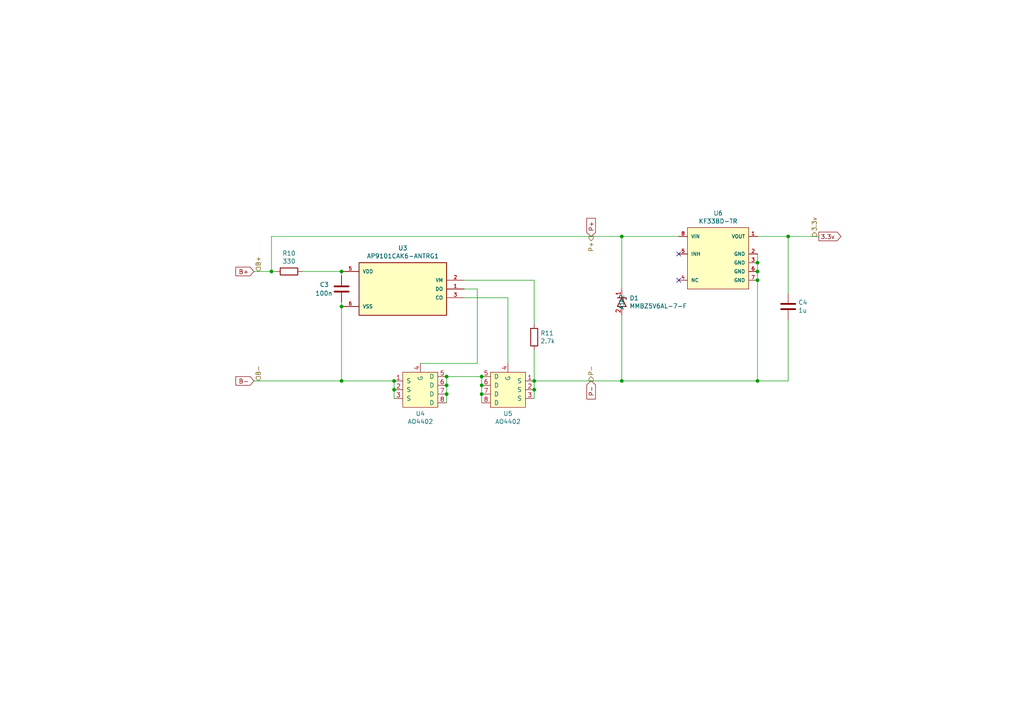
<source format=kicad_sch>
(kicad_sch (version 20211123) (generator eeschema)
  (paper "A4")
  (lib_symbols
    (symbol "Device:C" (pin_numbers hide) (pin_names (offset 0.254))
      (property "Reference" "C" (at 0.635 2.54 0))
      (property "Value" "C" (at 0.635 -2.54 0))
      (symbol "C_0_1"
        (polyline (pts (xy -2.032 -0.762) (xy 2.032 -0.762)) (stroke (width 0.508)))
        (polyline (pts (xy -2.032 0.762) (xy 2.032 0.762)) (stroke (width 0.508)))
      )
      (symbol "C_1_1"
        (pin passive line (at 0 3.81 270) (length 2.794) (name "~") (number "1"))
        (pin passive line (at 0 -3.81 90) (length 2.794) (name "~") (number "2"))
      )
    )
    (symbol "Device:R" (pin_numbers hide) (pin_names (offset 0))
      (property "Reference" "R" (at 2.032 0 90))
      (property "Value" "R" (at 0 0 90))
      (symbol "R_0_1"
        (rectangle (start -1.016 -2.54) (end 1.016 2.54) (stroke (width 0.254)))
      )
      (symbol "R_1_1"
        (pin passive line (at 0 3.81 270) (length 1.27) (name "~") (number "1"))
        (pin passive line (at 0 -3.81 90) (length 1.27) (name "~") (number "2"))
      )
    )
    (symbol "colibri_01-rescue:AO4402-Transistor_FET" (pin_names (offset 1.016))
      (property "Reference" "U" (at 8.89 2.54 0))
      (property "Value" "AO4402-Transistor_FET" (at 8.89 0 0))
      (symbol "AO4402-Transistor_FET_0_1"
        (rectangle (start -5.08 3.81) (end 5.08 -6.35) (fill (type background)))
      )
      (symbol "AO4402-Transistor_FET_1_1"
        (pin bidirectional line (at -2.54 -8.89 90) (length 2.54) (name "S") (number "1"))
        (pin bidirectional line (at 0 -8.89 90) (length 2.54) (name "S") (number "2"))
        (pin bidirectional line (at 2.54 -8.89 90) (length 2.54) (name "S") (number "3"))
        (pin input line (at -7.62 -1.27 0) (length 2.54) (name "G") (number "4"))
        (pin bidirectional line (at -3.81 6.35 270) (length 2.54) (name "D") (number "5"))
        (pin bidirectional line (at -1.27 6.35 270) (length 2.54) (name "D") (number "6"))
        (pin bidirectional line (at 1.27 6.35 270) (length 2.54) (name "D") (number "7"))
        (pin bidirectional line (at 3.81 6.35 270) (length 2.54) (name "D") (number "8"))
      )
    )
    (symbol "colibri_01-rescue:AP9101CAK6-ANTRG1-AP9101CAK6-ANTRG1" (pin_names (offset 1.016))
      (property "Reference" "U" (at -12.7254 8.1534 0))
      (property "Value" "AP9101CAK6-ANTRG1-AP9101CAK6-ANTRG1" (at -12.7254 -10.6934 0))
      (symbol "AP9101CAK6-ANTRG1-AP9101CAK6-ANTRG1_0_0"
        (rectangle (start -12.7 -7.62) (end 12.7 7.62) (stroke (width 0.254)) (fill (type background)))
        (pin bidirectional line (at -17.78 0 0) (length 5.08) (name "DO") (number "1"))
        (pin input line (at -17.78 2.54 0) (length 5.08) (name "VM") (number "2"))
        (pin bidirectional line (at -17.78 -2.54 0) (length 5.08) (name "CO") (number "3"))
        (pin power_in line (at 17.78 5.08 180) (length 5.08) (name "VDD") (number "5"))
        (pin power_in line (at 17.78 -5.08 180) (length 5.08) (name "VSS") (number "6"))
      )
    )
    (symbol "colibri_01-rescue:KF33BD-TR-eec" (pin_names (offset 1.016))
      (property "Reference" "U" (at 0 5.08 0))
      (property "Value" "KF33BD-TR-eec" (at 0 7.62 0))
      (symbol "KF33BD-TR-eec_1_1"
        (rectangle (start 5.08 2.54) (end 22.86 -15.24) (fill (type background)))
        (pin unspecified line (at 25.4 0 180) (length 2.54) (name "VOUT") (number "1"))
        (pin unspecified line (at 25.4 -5.08 180) (length 2.54) (name "GND") (number "2"))
        (pin unspecified line (at 25.4 -7.62 180) (length 2.54) (name "GND") (number "3"))
        (pin unspecified line (at 2.54 -12.7 0) (length 2.54) (name "NC") (number "4"))
        (pin unspecified line (at 2.54 -5.08 0) (length 2.54) (name "INH") (number "5"))
        (pin unspecified line (at 25.4 -10.16 180) (length 2.54) (name "GND") (number "6"))
        (pin unspecified line (at 25.4 -12.7 180) (length 2.54) (name "GND") (number "7"))
        (pin unspecified line (at 2.54 0 0) (length 2.54) (name "VIN") (number "8"))
      )
    )
    (symbol "colibri_01-rescue:MMBZ5V6AL-7-F-Diode" (pin_names (offset 1.016))
      (property "Reference" "D" (at 0 1.27 0))
      (property "Value" "MMBZ5V6AL-7-F-Diode" (at 0 1.27 0))
      (symbol "MMBZ5V6AL-7-F-Diode_1_1"
        (polyline (pts (xy -0.762 0) (xy -1.27 0) (xy -1.27 -2.54)) (stroke (width 0.254)))
        (polyline (pts (xy 1.27 0) (xy 1.27 -2.54) (xy -1.27 -1.27) (xy 1.27 0)) (stroke (width 0.254)))
        (pin passive line (at -3.81 -1.27 0) (length 2.54) (name "A1") (number "1"))
        (pin passive line (at 3.81 -1.27 180) (length 2.54) (name "A2") (number "2"))
      )
    )
  )
  (junction (at 114.3 113.03))
  (junction (at 154.94 110.49))
  (junction (at 139.7 109.22))
  (junction (at 114.3 110.49))
  (junction (at 129.54 109.22))
  (junction (at 78.74 78.74))
  (junction (at 99.06 78.74))
  (junction (at 219.71 110.49))
  (junction (at 219.71 78.74))
  (junction (at 219.71 76.2))
  (junction (at 139.7 114.3))
  (junction (at 99.06 88.9))
  (junction (at 129.54 114.3))
  (junction (at 139.7 111.76))
  (junction (at 228.6 68.58))
  (junction (at 129.54 111.76))
  (junction (at 154.94 113.03))
  (junction (at 180.34 68.58))
  (junction (at 99.06 110.49))
  (junction (at 180.34 110.49))
  (junction (at 219.71 81.28))
  (no_connect (at 196.85 73.66))
  (no_connect (at 196.85 81.28))
  (wire (pts (xy 154.94 110.49) (xy 180.34 110.49)))
  (wire (pts (xy 134.62 81.28) (xy 154.94 81.28)))
  (wire (pts (xy 154.94 110.49) (xy 154.94 113.03)))
  (wire (pts (xy 73.66 110.49) (xy 99.06 110.49)))
  (wire (pts (xy 154.94 101.6) (xy 154.94 110.49)))
  (wire (pts (xy 99.06 87.63) (xy 99.06 88.9)))
  (wire (pts (xy 154.94 115.57) (xy 154.94 113.03)))
  (wire (pts (xy 228.6 68.58) (xy 237.49 68.58)))
  (wire (pts (xy 139.7 114.3) (xy 139.7 116.84)))
  (wire (pts (xy 138.43 105.41) (xy 121.92 105.41)))
  (wire (pts (xy 134.62 86.36) (xy 147.32 86.36)))
  (wire (pts (xy 99.06 110.49) (xy 114.3 110.49)))
  (wire (pts (xy 87.63 78.74) (xy 99.06 78.74)))
  (wire (pts (xy 219.71 78.74) (xy 219.71 81.28)))
  (wire (pts (xy 99.06 78.74) (xy 99.06 80.01)))
  (wire (pts (xy 139.7 111.76) (xy 139.7 114.3)))
  (wire (pts (xy 228.6 85.09) (xy 228.6 68.58)))
  (wire (pts (xy 180.34 83.82) (xy 180.34 68.58)))
  (wire (pts (xy 129.54 111.76) (xy 129.54 114.3)))
  (wire (pts (xy 219.71 76.2) (xy 219.71 78.74)))
  (wire (pts (xy 228.6 92.71) (xy 228.6 110.49)))
  (wire (pts (xy 114.3 110.49) (xy 114.3 113.03)))
  (wire (pts (xy 73.66 78.74) (xy 78.74 78.74)))
  (wire (pts (xy 138.43 83.82) (xy 138.43 105.41)))
  (wire (pts (xy 139.7 109.22) (xy 139.7 111.76)))
  (wire (pts (xy 180.34 91.44) (xy 180.34 110.49)))
  (wire (pts (xy 180.34 110.49) (xy 219.71 110.49)))
  (wire (pts (xy 219.71 68.58) (xy 228.6 68.58)))
  (wire (pts (xy 180.34 68.58) (xy 196.85 68.58)))
  (wire (pts (xy 147.32 86.36) (xy 147.32 105.41)))
  (wire (pts (xy 129.54 109.22) (xy 139.7 109.22)))
  (wire (pts (xy 134.62 83.82) (xy 138.43 83.82)))
  (wire (pts (xy 219.71 73.66) (xy 219.71 76.2)))
  (wire (pts (xy 129.54 109.22) (xy 129.54 111.76)))
  (wire (pts (xy 154.94 81.28) (xy 154.94 93.98)))
  (wire (pts (xy 78.74 68.58) (xy 180.34 68.58)))
  (wire (pts (xy 114.3 113.03) (xy 114.3 115.57)))
  (wire (pts (xy 219.71 81.28) (xy 219.71 110.49)))
  (wire (pts (xy 78.74 78.74) (xy 80.01 78.74)))
  (wire (pts (xy 78.74 78.74) (xy 78.74 68.58)))
  (wire (pts (xy 99.06 88.9) (xy 99.06 110.49)))
  (wire (pts (xy 219.71 110.49) (xy 228.6 110.49)))
  (wire (pts (xy 129.54 116.84) (xy 129.54 114.3)))
  (global_label "P-" (shape input) (at 171.45 110.49 270) (property "Intersheet References" "${INTERSHEET_REFS}" (effects hide)))
  (global_label "P+" (shape input) (at 171.45 68.58 90) (property "Intersheet References" "${INTERSHEET_REFS}" (effects hide)))
  (global_label "B+" (shape input) (at 73.66 78.74 180) (property "Intersheet References" "${INTERSHEET_REFS}" (effects hide)))
  (global_label "B-" (shape input) (at 73.66 110.49 180) (property "Intersheet References" "${INTERSHEET_REFS}" (effects hide)))
  (global_label "3.3v" (shape output) (at 237.49 68.58 0) (property "Intersheet References" "${INTERSHEET_REFS}" (effects hide)))
  (hierarchical_label "3.3v" (shape output) (at 236.22 68.58 90))
  (hierarchical_label "B-" (shape input) (at 74.93 110.49 90))
  (hierarchical_label "P-" (shape output) (at 171.45 110.49 90))
  (hierarchical_label "P+" (shape output) (at 171.45 68.58 270))
  (hierarchical_label "B+" (shape input) (at 74.93 78.74 90))
  (symbol (lib_id "colibri_01-rescue:AP9101CAK6-ANTRG1-AP9101CAK6-ANTRG1") (at 116.84 83.82 0) (mirror y) (unit 1)
    (property "Reference" "U3" (at 116.84 71.9582 0))
    (property "Value" "AP9101CAK6-ANTRG1" (at 116.84 74.2696 0))
    (property "Footprint" "Package_TO_SOT_SMD:SOT-23-6" (effects hide))
    (property "MANUFACTURER" "Diodes Incorporated" (effects hide))
  )
  (symbol (lib_id "colibri_01-rescue:AO4402-Transistor_FET") (at 123.19 113.03 270) (unit 1)
    (property "Reference" "U4" (at 121.92 119.9642 90))
    (property "Value" "AO4402" (at 121.92 122.2756 90))
    (property "Footprint" "Package_SO:SOIC127P490X600X175-8N" (effects hide))
  )
  (symbol (lib_id "colibri_01-rescue:AO4402-Transistor_FET") (at 146.05 113.03 90) (mirror x) (unit 1)
    (property "Reference" "U5" (at 147.32 119.9642 90))
    (property "Value" "AO4402" (at 147.32 122.2756 90))
    (property "Footprint" "Package_SO:SOIC127P490X600X175-8N" (effects hide))
  )
  (symbol (lib_id "Device:C") (at 99.06 83.82 180) (unit 1)
    (property "Reference" "C3" (at 92.71 82.55 0) (effects (justify right)))
    (property "Value" "100n" (at 91.44 85.09 0) (effects (justify right)))
    (property "Footprint" "Capacitor_SMD:C_1206_3216Metric" (effects hide))
  )
  (symbol (lib_id "Device:R") (at 154.94 97.79 0) (unit 1)
    (property "Reference" "R11" (at 156.718 96.6216 0) (effects (justify left)))
    (property "Value" "2.7k" (at 156.718 98.933 0) (effects (justify left)))
    (property "Footprint" "Resistor_SMD:R_0805_2012Metric" (effects hide))
  )
  (symbol (lib_id "Device:R") (at 83.82 78.74 270) (unit 1)
    (property "Reference" "R10" (at 83.82 73.4822 90))
    (property "Value" "330" (at 83.82 75.7936 90))
    (property "Footprint" "Resistor_SMD:R_0805_2012Metric" (effects hide))
  )
  (symbol (lib_id "Device:C") (at 228.6 88.9 0) (unit 1)
    (property "Reference" "C4" (at 231.521 87.7316 0) (effects (justify left)))
    (property "Value" "1u" (at 231.521 90.043 0) (effects (justify left)))
    (property "Footprint" "Capacitor_SMD:C_1206_3216Metric_Pad1.33x1.80mm_HandSolder" (effects hide))
  )
  (symbol (lib_id "colibri_01-rescue:MMBZ5V6AL-7-F-Diode") (at 181.61 87.63 270) (unit 1)
    (property "Reference" "D1" (at 182.5752 86.4616 90) (effects (justify left)))
    (property "Value" "MMBZ5V6AL-7-F" (at 182.5752 88.773 90) (effects (justify left)))
    (property "Footprint" "Package_TO_SOT_SMD:SOT-23" (effects hide))
  )
  (symbol (lib_id "colibri_01-rescue:KF33BD-TR-eec") (at 194.31 68.58 0) (unit 1)
    (property "Reference" "U6" (at 208.28 61.849 0))
    (property "Value" "KF33BD-TR" (at 208.28 64.1604 0))
    (property "Footprint" "eec:STMicroelectronics-KF33BD-TR-Level_A" (effects hide))
    (property "Datasheet" "http://www.st.com/internet/com/TECHNICAL_RESOURCES/TECHNICAL_LITERATURE/DATASHEET/CD00000970.pdf" (effects hide))
    (property "Code  IPC" "SOIC127P600-8" (effects hide))
    (property "Code  JEDEC" "MS-012-AA" (effects hide))
    (property "Component Link 1 Description" "Manufacturer URL" (effects hide))
    (property "Component Link 1 URL" "http://www.st.com" (effects hide))
    (property "Component Link 3 Description" "Package Specification" (effects hide))
    (property "Component Link 3 URL" "http://www.st.com/internet/com/TECHNICAL_RESOURCES/TECHNICAL_LITERATURE/PACKAGE_INFORMATION/CD00004680.pdf" (effects hide))
    (property "Datasheet Version" "21/02/2008" (effects hide))
    (property "Package Description" "8-Pin Small Outline Integrated Circuit 1.27 mm Pitch" (effects hide))
    (property "Package Version" "1/12/2002" (effects hide))
    (property "category" "IC" (effects hide))
    (property "ciiva ids" "1170341" (effects hide))
    (property "library id" "f629ab8e14c0b7e8" (effects hide))
    (property "manufacturer" "STMicroelectronics" (effects hide))
    (property "package" "SO8" (effects hide))
    (property "release date" "1329864045" (effects hide))
    (property "vault revision" "E425FF13-0E54-4946-834D-39FA38DD1016" (effects hide))
    (property "imported" "yes" (effects hide))
  )
)
</source>
